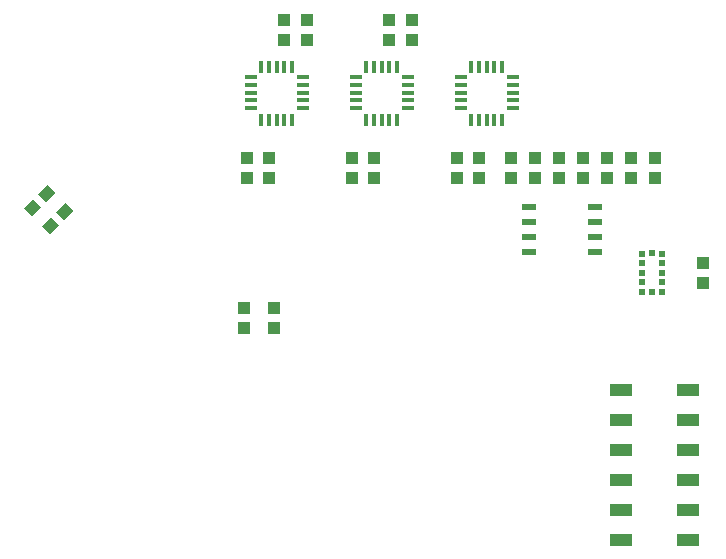
<source format=gbr>
G04 EAGLE Gerber RS-274X export*
G75*
%MOMM*%
%FSLAX34Y34*%
%LPD*%
%INSolderpaste Top*%
%IPPOS*%
%AMOC8*
5,1,8,0,0,1.08239X$1,22.5*%
G01*
%ADD10R,1.000000X1.100000*%
%ADD11R,0.600000X0.500000*%
%ADD12R,0.500000X0.600000*%
%ADD13R,1.100000X1.000000*%
%ADD14R,1.100000X0.300000*%
%ADD15R,0.300000X1.100000*%
%ADD16R,1.200000X0.600000*%
%ADD17R,1.900000X1.020000*%


D10*
X231140Y283600D03*
X231140Y300600D03*
X210820Y283600D03*
X210820Y300600D03*
D11*
X237100Y187200D03*
X237100Y195200D03*
X237100Y203200D03*
X237100Y211200D03*
X237100Y219200D03*
D12*
X228600Y219700D03*
D11*
X220100Y219200D03*
X220100Y211200D03*
X220100Y203200D03*
X220100Y195200D03*
X220100Y187200D03*
D12*
X228600Y186700D03*
D10*
X-91440Y156600D03*
X-91440Y173600D03*
X-116840Y156600D03*
X-116840Y173600D03*
D13*
G36*
X-290974Y269817D02*
X-283197Y277594D01*
X-276126Y270523D01*
X-283903Y262746D01*
X-290974Y269817D01*
G37*
G36*
X-302994Y257797D02*
X-295217Y265574D01*
X-288146Y258503D01*
X-295923Y250726D01*
X-302994Y257797D01*
G37*
G36*
X-275734Y254577D02*
X-267957Y262354D01*
X-260886Y255283D01*
X-268663Y247506D01*
X-275734Y254577D01*
G37*
G36*
X-287754Y242557D02*
X-279977Y250334D01*
X-272906Y243263D01*
X-280683Y235486D01*
X-287754Y242557D01*
G37*
D10*
X82550Y300600D03*
X82550Y283600D03*
D14*
X110900Y342600D03*
X110900Y349100D03*
X110900Y355600D03*
X110900Y362100D03*
X110900Y368600D03*
D15*
X101900Y377600D03*
X95400Y377600D03*
X88900Y377600D03*
X82400Y377600D03*
X75900Y377600D03*
D14*
X66900Y368600D03*
X66900Y362100D03*
X66900Y355600D03*
X66900Y349100D03*
X66900Y342600D03*
D15*
X75900Y332600D03*
X82400Y332600D03*
X88900Y332600D03*
X95400Y332600D03*
X101900Y332600D03*
D10*
X170180Y300600D03*
X170180Y283600D03*
X149860Y300600D03*
X149860Y283600D03*
D16*
X180400Y220980D03*
X180400Y233680D03*
X180400Y246380D03*
X180400Y259080D03*
X124400Y259080D03*
X124400Y246380D03*
X124400Y233680D03*
X124400Y220980D03*
D10*
X190500Y283600D03*
X190500Y300600D03*
X63500Y300600D03*
X63500Y283600D03*
X-6350Y300600D03*
X-6350Y283600D03*
X25400Y417440D03*
X25400Y400440D03*
X-25400Y300600D03*
X-25400Y283600D03*
X6350Y417440D03*
X6350Y400440D03*
X-95250Y300600D03*
X-95250Y283600D03*
X-63500Y417440D03*
X-63500Y400440D03*
X-114300Y300600D03*
X-114300Y283600D03*
X-82550Y417440D03*
X-82550Y400440D03*
D14*
X-66900Y342600D03*
X-66900Y349100D03*
X-66900Y355600D03*
X-66900Y362100D03*
X-66900Y368600D03*
D15*
X-75900Y377600D03*
X-82400Y377600D03*
X-88900Y377600D03*
X-95400Y377600D03*
X-101900Y377600D03*
D14*
X-110900Y368600D03*
X-110900Y362100D03*
X-110900Y355600D03*
X-110900Y349100D03*
X-110900Y342600D03*
D15*
X-101900Y332600D03*
X-95400Y332600D03*
X-88900Y332600D03*
X-82400Y332600D03*
X-75900Y332600D03*
D14*
X22000Y342600D03*
X22000Y349100D03*
X22000Y355600D03*
X22000Y362100D03*
X22000Y368600D03*
D15*
X13000Y377600D03*
X6500Y377600D03*
X0Y377600D03*
X-6500Y377600D03*
X-13000Y377600D03*
D14*
X-22000Y368600D03*
X-22000Y362100D03*
X-22000Y355600D03*
X-22000Y349100D03*
X-22000Y342600D03*
D15*
X-13000Y332600D03*
X-6500Y332600D03*
X0Y332600D03*
X6500Y332600D03*
X13000Y332600D03*
D10*
X109220Y300600D03*
X109220Y283600D03*
X129540Y300600D03*
X129540Y283600D03*
X271780Y194700D03*
X271780Y211700D03*
D17*
X202640Y104140D03*
X259640Y104140D03*
X202640Y78740D03*
X259640Y78740D03*
X202640Y53340D03*
X259640Y53340D03*
X202640Y27940D03*
X259640Y27940D03*
X202640Y2540D03*
X259640Y2540D03*
X202640Y-22860D03*
X259640Y-22860D03*
M02*

</source>
